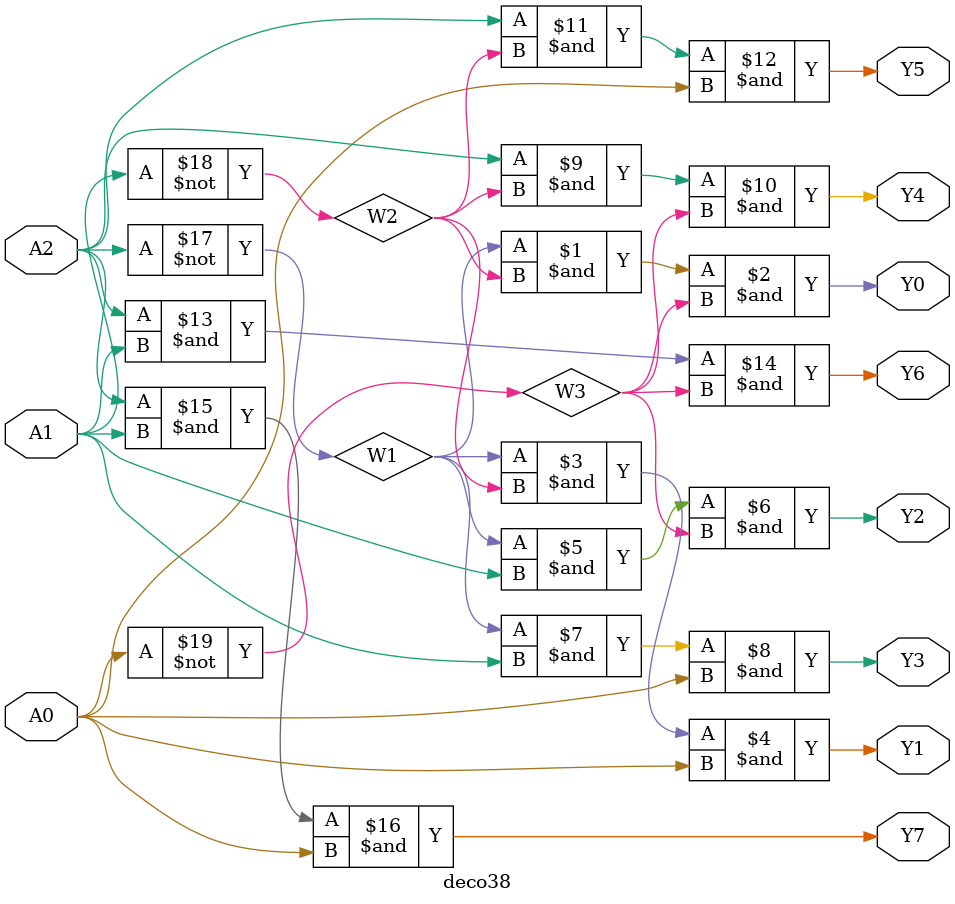
<source format=v>
module deco38(A2,A1,A0,Y0,Y1,Y2,Y3,Y4,Y5,Y6,Y7);
input A2,A1,A0;
output Y0,Y1,Y2,Y3,Y4,Y5,Y6,Y7;
wire W1,W2,W3;
not g1(W1,A2);
not g2(W2,A1);
not g3(W3,A0);
and g4(Y0,W1,W2,W3);
and g5(Y1,W1,W2,A0);
and g6(Y2,W1,A1,W3);
and g7(Y3,W1,A1,A0);
and g8(Y4,A2,W2,W3);
and g9(Y5,A2,W2,A0);
and g10(Y6,A2,A1,W3);
and g11(Y7,A2,A1,A0);
endmodule


</source>
